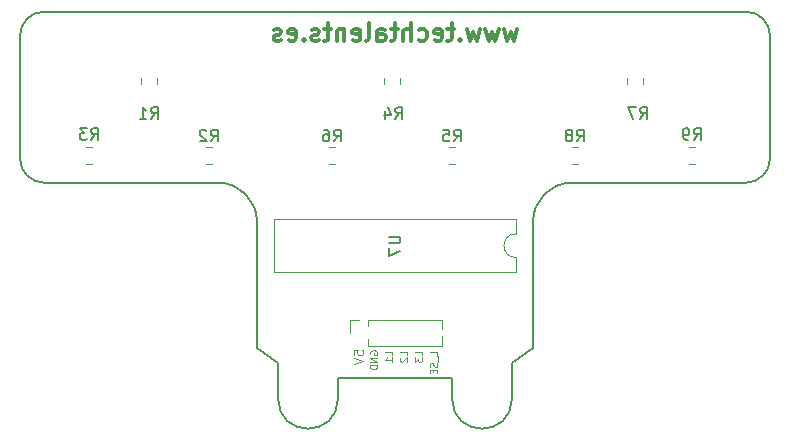
<source format=gbr>
%TF.GenerationSoftware,KiCad,Pcbnew,(5.0.1-3-g963ef8bb5)*%
%TF.CreationDate,2018-11-27T10:46:30+01:00*%
%TF.ProjectId,sensores,73656E736F7265732E6B696361645F70,rev?*%
%TF.SameCoordinates,Original*%
%TF.FileFunction,Legend,Bot*%
%TF.FilePolarity,Positive*%
%FSLAX46Y46*%
G04 Gerber Fmt 4.6, Leading zero omitted, Abs format (unit mm)*
G04 Created by KiCad (PCBNEW (5.0.1-3-g963ef8bb5)) date 2018 November 27, Tuesday 10:46:30*
%MOMM*%
%LPD*%
G01*
G04 APERTURE LIST*
%ADD10C,0.300000*%
%ADD11C,0.150000*%
%ADD12C,0.100000*%
%ADD13C,0.200000*%
%ADD14C,0.120000*%
G04 APERTURE END LIST*
D10*
X140151142Y-65972571D02*
X139865428Y-66972571D01*
X139579714Y-66258285D01*
X139294000Y-66972571D01*
X139008285Y-65972571D01*
X138579714Y-65972571D02*
X138294000Y-66972571D01*
X138008285Y-66258285D01*
X137722571Y-66972571D01*
X137436857Y-65972571D01*
X137008285Y-65972571D02*
X136722571Y-66972571D01*
X136436857Y-66258285D01*
X136151142Y-66972571D01*
X135865428Y-65972571D01*
X135294000Y-66829714D02*
X135222571Y-66901142D01*
X135294000Y-66972571D01*
X135365428Y-66901142D01*
X135294000Y-66829714D01*
X135294000Y-66972571D01*
X134794000Y-65972571D02*
X134222571Y-65972571D01*
X134579714Y-65472571D02*
X134579714Y-66758285D01*
X134508285Y-66901142D01*
X134365428Y-66972571D01*
X134222571Y-66972571D01*
X133151142Y-66901142D02*
X133294000Y-66972571D01*
X133579714Y-66972571D01*
X133722571Y-66901142D01*
X133794000Y-66758285D01*
X133794000Y-66186857D01*
X133722571Y-66044000D01*
X133579714Y-65972571D01*
X133294000Y-65972571D01*
X133151142Y-66044000D01*
X133079714Y-66186857D01*
X133079714Y-66329714D01*
X133794000Y-66472571D01*
X131794000Y-66901142D02*
X131936857Y-66972571D01*
X132222571Y-66972571D01*
X132365428Y-66901142D01*
X132436857Y-66829714D01*
X132508285Y-66686857D01*
X132508285Y-66258285D01*
X132436857Y-66115428D01*
X132365428Y-66044000D01*
X132222571Y-65972571D01*
X131936857Y-65972571D01*
X131794000Y-66044000D01*
X131151142Y-66972571D02*
X131151142Y-65472571D01*
X130508285Y-66972571D02*
X130508285Y-66186857D01*
X130579714Y-66044000D01*
X130722571Y-65972571D01*
X130936857Y-65972571D01*
X131079714Y-66044000D01*
X131151142Y-66115428D01*
X130008285Y-65972571D02*
X129436857Y-65972571D01*
X129794000Y-65472571D02*
X129794000Y-66758285D01*
X129722571Y-66901142D01*
X129579714Y-66972571D01*
X129436857Y-66972571D01*
X128294000Y-66972571D02*
X128294000Y-66186857D01*
X128365428Y-66044000D01*
X128508285Y-65972571D01*
X128794000Y-65972571D01*
X128936857Y-66044000D01*
X128294000Y-66901142D02*
X128436857Y-66972571D01*
X128794000Y-66972571D01*
X128936857Y-66901142D01*
X129008285Y-66758285D01*
X129008285Y-66615428D01*
X128936857Y-66472571D01*
X128794000Y-66401142D01*
X128436857Y-66401142D01*
X128294000Y-66329714D01*
X127365428Y-66972571D02*
X127508285Y-66901142D01*
X127579714Y-66758285D01*
X127579714Y-65472571D01*
X126222571Y-66901142D02*
X126365428Y-66972571D01*
X126651142Y-66972571D01*
X126794000Y-66901142D01*
X126865428Y-66758285D01*
X126865428Y-66186857D01*
X126794000Y-66044000D01*
X126651142Y-65972571D01*
X126365428Y-65972571D01*
X126222571Y-66044000D01*
X126151142Y-66186857D01*
X126151142Y-66329714D01*
X126865428Y-66472571D01*
X125508285Y-65972571D02*
X125508285Y-66972571D01*
X125508285Y-66115428D02*
X125436857Y-66044000D01*
X125294000Y-65972571D01*
X125079714Y-65972571D01*
X124936857Y-66044000D01*
X124865428Y-66186857D01*
X124865428Y-66972571D01*
X124365428Y-65972571D02*
X123794000Y-65972571D01*
X124151142Y-65472571D02*
X124151142Y-66758285D01*
X124079714Y-66901142D01*
X123936857Y-66972571D01*
X123794000Y-66972571D01*
X123365428Y-66901142D02*
X123222571Y-66972571D01*
X122936857Y-66972571D01*
X122794000Y-66901142D01*
X122722571Y-66758285D01*
X122722571Y-66686857D01*
X122794000Y-66544000D01*
X122936857Y-66472571D01*
X123151142Y-66472571D01*
X123294000Y-66401142D01*
X123365428Y-66258285D01*
X123365428Y-66186857D01*
X123294000Y-66044000D01*
X123151142Y-65972571D01*
X122936857Y-65972571D01*
X122794000Y-66044000D01*
X122079714Y-66829714D02*
X122008285Y-66901142D01*
X122079714Y-66972571D01*
X122151142Y-66901142D01*
X122079714Y-66829714D01*
X122079714Y-66972571D01*
X120794000Y-66901142D02*
X120936857Y-66972571D01*
X121222571Y-66972571D01*
X121365428Y-66901142D01*
X121436857Y-66758285D01*
X121436857Y-66186857D01*
X121365428Y-66044000D01*
X121222571Y-65972571D01*
X120936857Y-65972571D01*
X120794000Y-66044000D01*
X120722571Y-66186857D01*
X120722571Y-66329714D01*
X121436857Y-66472571D01*
X120151142Y-66901142D02*
X120008285Y-66972571D01*
X119722571Y-66972571D01*
X119579714Y-66901142D01*
X119508285Y-66758285D01*
X119508285Y-66686857D01*
X119579714Y-66544000D01*
X119722571Y-66472571D01*
X119936857Y-66472571D01*
X120079714Y-66401142D01*
X120151142Y-66258285D01*
X120151142Y-66186857D01*
X120079714Y-66044000D01*
X119936857Y-65972571D01*
X119722571Y-65972571D01*
X119579714Y-66044000D01*
D11*
X134620000Y-95504000D02*
X134620000Y-97282000D01*
X124968000Y-95504000D02*
X124968000Y-97282000D01*
X124968000Y-95504000D02*
X134620000Y-95504000D01*
D12*
X133367428Y-93634000D02*
X133367428Y-93348285D01*
X132767428Y-93348285D01*
X133424571Y-93691142D02*
X133424571Y-94148285D01*
X133338857Y-94262571D02*
X133367428Y-94348285D01*
X133367428Y-94491142D01*
X133338857Y-94548285D01*
X133310285Y-94576857D01*
X133253142Y-94605428D01*
X133196000Y-94605428D01*
X133138857Y-94576857D01*
X133110285Y-94548285D01*
X133081714Y-94491142D01*
X133053142Y-94376857D01*
X133024571Y-94319714D01*
X132996000Y-94291142D01*
X132938857Y-94262571D01*
X132881714Y-94262571D01*
X132824571Y-94291142D01*
X132796000Y-94319714D01*
X132767428Y-94376857D01*
X132767428Y-94519714D01*
X132796000Y-94605428D01*
X133053142Y-94862571D02*
X133053142Y-95062571D01*
X133367428Y-95148285D02*
X133367428Y-94862571D01*
X132767428Y-94862571D01*
X132767428Y-95148285D01*
X132097428Y-93626000D02*
X132097428Y-93340285D01*
X131497428Y-93340285D01*
X131497428Y-93768857D02*
X131497428Y-94140285D01*
X131726000Y-93940285D01*
X131726000Y-94026000D01*
X131754571Y-94083142D01*
X131783142Y-94111714D01*
X131840285Y-94140285D01*
X131983142Y-94140285D01*
X132040285Y-94111714D01*
X132068857Y-94083142D01*
X132097428Y-94026000D01*
X132097428Y-93854571D01*
X132068857Y-93797428D01*
X132040285Y-93768857D01*
X130827428Y-93626000D02*
X130827428Y-93340285D01*
X130227428Y-93340285D01*
X130284571Y-93797428D02*
X130256000Y-93826000D01*
X130227428Y-93883142D01*
X130227428Y-94026000D01*
X130256000Y-94083142D01*
X130284571Y-94111714D01*
X130341714Y-94140285D01*
X130398857Y-94140285D01*
X130484571Y-94111714D01*
X130827428Y-93768857D01*
X130827428Y-94140285D01*
X129557428Y-93626000D02*
X129557428Y-93340285D01*
X128957428Y-93340285D01*
X129557428Y-94140285D02*
X129557428Y-93797428D01*
X129557428Y-93968857D02*
X128957428Y-93968857D01*
X129043142Y-93911714D01*
X129100285Y-93854571D01*
X129128857Y-93797428D01*
X127716000Y-93522857D02*
X127687428Y-93465714D01*
X127687428Y-93380000D01*
X127716000Y-93294285D01*
X127773142Y-93237142D01*
X127830285Y-93208571D01*
X127944571Y-93180000D01*
X128030285Y-93180000D01*
X128144571Y-93208571D01*
X128201714Y-93237142D01*
X128258857Y-93294285D01*
X128287428Y-93380000D01*
X128287428Y-93437142D01*
X128258857Y-93522857D01*
X128230285Y-93551428D01*
X128030285Y-93551428D01*
X128030285Y-93437142D01*
X128287428Y-93808571D02*
X127687428Y-93808571D01*
X128287428Y-94151428D01*
X127687428Y-94151428D01*
X128287428Y-94437142D02*
X127687428Y-94437142D01*
X127687428Y-94580000D01*
X127716000Y-94665714D01*
X127773142Y-94722857D01*
X127830285Y-94751428D01*
X127944571Y-94780000D01*
X128030285Y-94780000D01*
X128144571Y-94751428D01*
X128201714Y-94722857D01*
X128258857Y-94665714D01*
X128287428Y-94580000D01*
X128287428Y-94437142D01*
X126307904Y-93573619D02*
X126307904Y-93192666D01*
X126688857Y-93154571D01*
X126650761Y-93192666D01*
X126612666Y-93268857D01*
X126612666Y-93459333D01*
X126650761Y-93535523D01*
X126688857Y-93573619D01*
X126765047Y-93611714D01*
X126955523Y-93611714D01*
X127031714Y-93573619D01*
X127069809Y-93535523D01*
X127107904Y-93459333D01*
X127107904Y-93268857D01*
X127069809Y-93192666D01*
X127031714Y-93154571D01*
X126307904Y-93840285D02*
X127107904Y-94106952D01*
X126307904Y-94373619D01*
D11*
X139700000Y-97282000D02*
G75*
G02X134620000Y-97282000I-2540000J0D01*
G01*
X124968000Y-97282000D02*
G75*
G02X119888000Y-97282000I-2540000J0D01*
G01*
X141478000Y-82296000D02*
X141478000Y-92964000D01*
X118110000Y-82296000D02*
X118110000Y-92964000D01*
X100076000Y-78994000D02*
X114808000Y-78994000D01*
X98044000Y-66548000D02*
X98044000Y-76962000D01*
X159512000Y-64516000D02*
X100076000Y-64516000D01*
X161544000Y-76962000D02*
X161544000Y-66548000D01*
X144780000Y-78994000D02*
X159512000Y-78994000D01*
D13*
X141478000Y-82296000D02*
G75*
G02X144780000Y-78994000I3302000J0D01*
G01*
X114808000Y-78994000D02*
G75*
G02X118110000Y-82296000I0J-3302000D01*
G01*
X100076000Y-78994000D02*
G75*
G02X98044000Y-76962000I0J2032000D01*
G01*
X161544000Y-76962000D02*
G75*
G02X159512000Y-78994000I-2032000J0D01*
G01*
D11*
X159512000Y-64516000D02*
G75*
G02X161544000Y-66548000I0J-2032000D01*
G01*
X98044000Y-66548000D02*
G75*
G02X100076000Y-64516000I2032000J0D01*
G01*
X118110000Y-92964000D02*
X119888000Y-94234000D01*
X139700000Y-94234000D02*
X141478000Y-92964000D01*
X139700000Y-94234000D02*
X139700000Y-97282000D01*
X119888000Y-94234000D02*
X119888000Y-97282000D01*
D14*
X133791000Y-90584000D02*
X133791000Y-91386470D01*
X133791000Y-92001530D02*
X133791000Y-92804000D01*
X127506000Y-90584000D02*
X133791000Y-90584000D01*
X127506000Y-92804000D02*
X133791000Y-92804000D01*
X127506000Y-90584000D02*
X127506000Y-91130529D01*
X127506000Y-92257471D02*
X127506000Y-92804000D01*
X126746000Y-90584000D02*
X125986000Y-90584000D01*
X125986000Y-90584000D02*
X125986000Y-91694000D01*
X108256000Y-70096748D02*
X108256000Y-70619252D01*
X109676000Y-70096748D02*
X109676000Y-70619252D01*
X114298252Y-77418000D02*
X113775748Y-77418000D01*
X114298252Y-75998000D02*
X113775748Y-75998000D01*
X103615748Y-77418000D02*
X104138252Y-77418000D01*
X103615748Y-75998000D02*
X104138252Y-75998000D01*
X130250000Y-70105748D02*
X130250000Y-70628252D01*
X128830000Y-70105748D02*
X128830000Y-70628252D01*
X134872252Y-75998000D02*
X134349748Y-75998000D01*
X134872252Y-77418000D02*
X134349748Y-77418000D01*
X124712252Y-77418000D02*
X124189748Y-77418000D01*
X124712252Y-75998000D02*
X124189748Y-75998000D01*
X149404000Y-70105748D02*
X149404000Y-70628252D01*
X150824000Y-70105748D02*
X150824000Y-70628252D01*
X145286252Y-75998000D02*
X144763748Y-75998000D01*
X145286252Y-77418000D02*
X144763748Y-77418000D01*
X154669748Y-75998000D02*
X155192252Y-75998000D01*
X154669748Y-77418000D02*
X155192252Y-77418000D01*
X140014000Y-83328000D02*
G75*
G03X140014000Y-85328000I0J-1000000D01*
G01*
X140014000Y-85328000D02*
X140014000Y-86578000D01*
X140014000Y-86578000D02*
X119574000Y-86578000D01*
X119574000Y-86578000D02*
X119574000Y-82078000D01*
X119574000Y-82078000D02*
X140014000Y-82078000D01*
X140014000Y-82078000D02*
X140014000Y-83328000D01*
D11*
X109132666Y-73604380D02*
X109466000Y-73128190D01*
X109704095Y-73604380D02*
X109704095Y-72604380D01*
X109323142Y-72604380D01*
X109227904Y-72652000D01*
X109180285Y-72699619D01*
X109132666Y-72794857D01*
X109132666Y-72937714D01*
X109180285Y-73032952D01*
X109227904Y-73080571D01*
X109323142Y-73128190D01*
X109704095Y-73128190D01*
X108180285Y-73604380D02*
X108751714Y-73604380D01*
X108466000Y-73604380D02*
X108466000Y-72604380D01*
X108561238Y-72747238D01*
X108656476Y-72842476D01*
X108751714Y-72890095D01*
X114203666Y-75510380D02*
X114537000Y-75034190D01*
X114775095Y-75510380D02*
X114775095Y-74510380D01*
X114394142Y-74510380D01*
X114298904Y-74558000D01*
X114251285Y-74605619D01*
X114203666Y-74700857D01*
X114203666Y-74843714D01*
X114251285Y-74938952D01*
X114298904Y-74986571D01*
X114394142Y-75034190D01*
X114775095Y-75034190D01*
X113822714Y-74605619D02*
X113775095Y-74558000D01*
X113679857Y-74510380D01*
X113441761Y-74510380D01*
X113346523Y-74558000D01*
X113298904Y-74605619D01*
X113251285Y-74700857D01*
X113251285Y-74796095D01*
X113298904Y-74938952D01*
X113870333Y-75510380D01*
X113251285Y-75510380D01*
X104052666Y-75382380D02*
X104386000Y-74906190D01*
X104624095Y-75382380D02*
X104624095Y-74382380D01*
X104243142Y-74382380D01*
X104147904Y-74430000D01*
X104100285Y-74477619D01*
X104052666Y-74572857D01*
X104052666Y-74715714D01*
X104100285Y-74810952D01*
X104147904Y-74858571D01*
X104243142Y-74906190D01*
X104624095Y-74906190D01*
X103719333Y-74382380D02*
X103100285Y-74382380D01*
X103433619Y-74763333D01*
X103290761Y-74763333D01*
X103195523Y-74810952D01*
X103147904Y-74858571D01*
X103100285Y-74953809D01*
X103100285Y-75191904D01*
X103147904Y-75287142D01*
X103195523Y-75334761D01*
X103290761Y-75382380D01*
X103576476Y-75382380D01*
X103671714Y-75334761D01*
X103719333Y-75287142D01*
X129833666Y-73604380D02*
X130167000Y-73128190D01*
X130405095Y-73604380D02*
X130405095Y-72604380D01*
X130024142Y-72604380D01*
X129928904Y-72652000D01*
X129881285Y-72699619D01*
X129833666Y-72794857D01*
X129833666Y-72937714D01*
X129881285Y-73032952D01*
X129928904Y-73080571D01*
X130024142Y-73128190D01*
X130405095Y-73128190D01*
X128976523Y-72937714D02*
X128976523Y-73604380D01*
X129214619Y-72556761D02*
X129452714Y-73271047D01*
X128833666Y-73271047D01*
X134777666Y-75510380D02*
X135111000Y-75034190D01*
X135349095Y-75510380D02*
X135349095Y-74510380D01*
X134968142Y-74510380D01*
X134872904Y-74558000D01*
X134825285Y-74605619D01*
X134777666Y-74700857D01*
X134777666Y-74843714D01*
X134825285Y-74938952D01*
X134872904Y-74986571D01*
X134968142Y-75034190D01*
X135349095Y-75034190D01*
X133872904Y-74510380D02*
X134349095Y-74510380D01*
X134396714Y-74986571D01*
X134349095Y-74938952D01*
X134253857Y-74891333D01*
X134015761Y-74891333D01*
X133920523Y-74938952D01*
X133872904Y-74986571D01*
X133825285Y-75081809D01*
X133825285Y-75319904D01*
X133872904Y-75415142D01*
X133920523Y-75462761D01*
X134015761Y-75510380D01*
X134253857Y-75510380D01*
X134349095Y-75462761D01*
X134396714Y-75415142D01*
X124617666Y-75510380D02*
X124951000Y-75034190D01*
X125189095Y-75510380D02*
X125189095Y-74510380D01*
X124808142Y-74510380D01*
X124712904Y-74558000D01*
X124665285Y-74605619D01*
X124617666Y-74700857D01*
X124617666Y-74843714D01*
X124665285Y-74938952D01*
X124712904Y-74986571D01*
X124808142Y-75034190D01*
X125189095Y-75034190D01*
X123760523Y-74510380D02*
X123951000Y-74510380D01*
X124046238Y-74558000D01*
X124093857Y-74605619D01*
X124189095Y-74748476D01*
X124236714Y-74938952D01*
X124236714Y-75319904D01*
X124189095Y-75415142D01*
X124141476Y-75462761D01*
X124046238Y-75510380D01*
X123855761Y-75510380D01*
X123760523Y-75462761D01*
X123712904Y-75415142D01*
X123665285Y-75319904D01*
X123665285Y-75081809D01*
X123712904Y-74986571D01*
X123760523Y-74938952D01*
X123855761Y-74891333D01*
X124046238Y-74891333D01*
X124141476Y-74938952D01*
X124189095Y-74986571D01*
X124236714Y-75081809D01*
X150534666Y-73604380D02*
X150868000Y-73128190D01*
X151106095Y-73604380D02*
X151106095Y-72604380D01*
X150725142Y-72604380D01*
X150629904Y-72652000D01*
X150582285Y-72699619D01*
X150534666Y-72794857D01*
X150534666Y-72937714D01*
X150582285Y-73032952D01*
X150629904Y-73080571D01*
X150725142Y-73128190D01*
X151106095Y-73128190D01*
X150201333Y-72604380D02*
X149534666Y-72604380D01*
X149963238Y-73604380D01*
X145191666Y-75510380D02*
X145525000Y-75034190D01*
X145763095Y-75510380D02*
X145763095Y-74510380D01*
X145382142Y-74510380D01*
X145286904Y-74558000D01*
X145239285Y-74605619D01*
X145191666Y-74700857D01*
X145191666Y-74843714D01*
X145239285Y-74938952D01*
X145286904Y-74986571D01*
X145382142Y-75034190D01*
X145763095Y-75034190D01*
X144620238Y-74938952D02*
X144715476Y-74891333D01*
X144763095Y-74843714D01*
X144810714Y-74748476D01*
X144810714Y-74700857D01*
X144763095Y-74605619D01*
X144715476Y-74558000D01*
X144620238Y-74510380D01*
X144429761Y-74510380D01*
X144334523Y-74558000D01*
X144286904Y-74605619D01*
X144239285Y-74700857D01*
X144239285Y-74748476D01*
X144286904Y-74843714D01*
X144334523Y-74891333D01*
X144429761Y-74938952D01*
X144620238Y-74938952D01*
X144715476Y-74986571D01*
X144763095Y-75034190D01*
X144810714Y-75129428D01*
X144810714Y-75319904D01*
X144763095Y-75415142D01*
X144715476Y-75462761D01*
X144620238Y-75510380D01*
X144429761Y-75510380D01*
X144334523Y-75462761D01*
X144286904Y-75415142D01*
X144239285Y-75319904D01*
X144239285Y-75129428D01*
X144286904Y-75034190D01*
X144334523Y-74986571D01*
X144429761Y-74938952D01*
X155097666Y-75382380D02*
X155431000Y-74906190D01*
X155669095Y-75382380D02*
X155669095Y-74382380D01*
X155288142Y-74382380D01*
X155192904Y-74430000D01*
X155145285Y-74477619D01*
X155097666Y-74572857D01*
X155097666Y-74715714D01*
X155145285Y-74810952D01*
X155192904Y-74858571D01*
X155288142Y-74906190D01*
X155669095Y-74906190D01*
X154621476Y-75382380D02*
X154431000Y-75382380D01*
X154335761Y-75334761D01*
X154288142Y-75287142D01*
X154192904Y-75144285D01*
X154145285Y-74953809D01*
X154145285Y-74572857D01*
X154192904Y-74477619D01*
X154240523Y-74430000D01*
X154335761Y-74382380D01*
X154526238Y-74382380D01*
X154621476Y-74430000D01*
X154669095Y-74477619D01*
X154716714Y-74572857D01*
X154716714Y-74810952D01*
X154669095Y-74906190D01*
X154621476Y-74953809D01*
X154526238Y-75001428D01*
X154335761Y-75001428D01*
X154240523Y-74953809D01*
X154192904Y-74906190D01*
X154145285Y-74810952D01*
X129246380Y-83566095D02*
X130055904Y-83566095D01*
X130151142Y-83613714D01*
X130198761Y-83661333D01*
X130246380Y-83756571D01*
X130246380Y-83947047D01*
X130198761Y-84042285D01*
X130151142Y-84089904D01*
X130055904Y-84137523D01*
X129246380Y-84137523D01*
X129246380Y-84518476D02*
X129246380Y-85185142D01*
X130246380Y-84756571D01*
M02*

</source>
